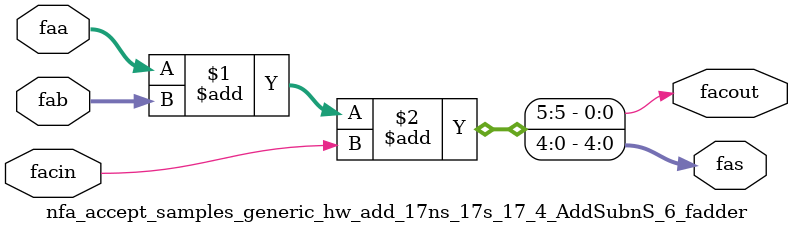
<source format=v>
module nfa_accept_samples_generic_hw_add_17ns_17s_17_4_AddSubnS_6_fadder 
#(parameter
    N = 5
)(
    input  [N-1 : 0]  faa,
    input  [N-1 : 0]  fab,
    input  wire  facin,
    output [N-1 : 0]  fas,
    output wire  facout
);
assign {facout, fas} = faa + fab + facin;
endmodule
</source>
